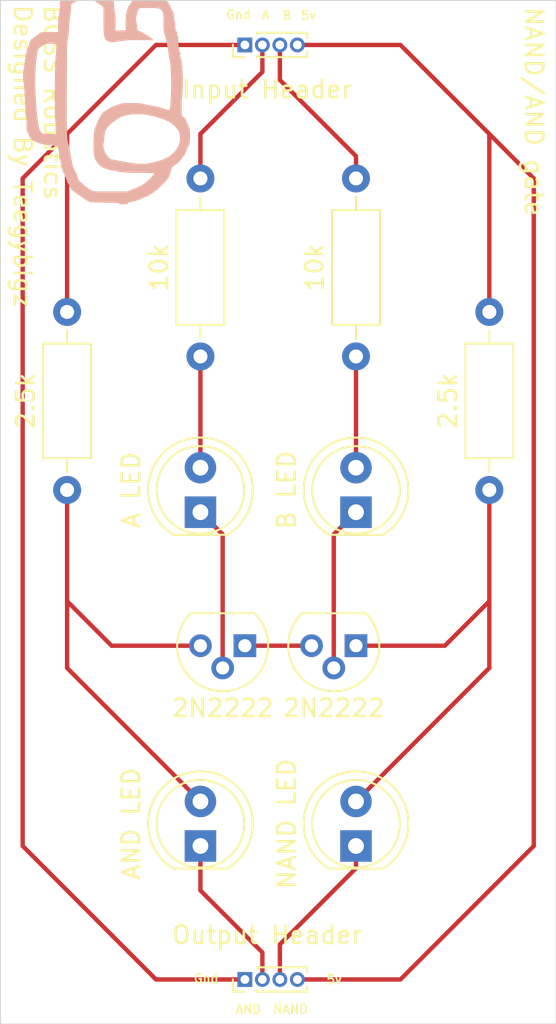
<source format=kicad_pcb>
(kicad_pcb (version 20171130) (host pcbnew "(5.1.10)-1")

  (general
    (thickness 1.6)
    (drawings 15)
    (tracks 44)
    (zones 0)
    (modules 13)
    (nets 1)
  )

  (page A4)
  (layers
    (0 F.Cu signal)
    (31 B.Cu signal)
    (32 B.Adhes user)
    (33 F.Adhes user)
    (34 B.Paste user)
    (35 F.Paste user)
    (36 B.SilkS user)
    (37 F.SilkS user)
    (38 B.Mask user)
    (39 F.Mask user)
    (40 Dwgs.User user)
    (41 Cmts.User user)
    (42 Eco1.User user)
    (43 Eco2.User user)
    (44 Edge.Cuts user)
    (45 Margin user)
    (46 B.CrtYd user)
    (47 F.CrtYd user)
    (48 B.Fab user)
    (49 F.Fab user hide)
  )

  (setup
    (last_trace_width 0.25)
    (trace_clearance 0.2)
    (zone_clearance 0.508)
    (zone_45_only no)
    (trace_min 0.2)
    (via_size 0.8)
    (via_drill 0.4)
    (via_min_size 0.4)
    (via_min_drill 0.3)
    (uvia_size 0.3)
    (uvia_drill 0.1)
    (uvias_allowed no)
    (uvia_min_size 0.2)
    (uvia_min_drill 0.1)
    (edge_width 0.05)
    (segment_width 0.2)
    (pcb_text_width 0.3)
    (pcb_text_size 1.5 1.5)
    (mod_edge_width 0.12)
    (mod_text_size 1 1)
    (mod_text_width 0.15)
    (pad_size 1.524 1.524)
    (pad_drill 0.762)
    (pad_to_mask_clearance 0)
    (aux_axis_origin 0 0)
    (visible_elements 7FFFFFFF)
    (pcbplotparams
      (layerselection 0x010fc_ffffffff)
      (usegerberextensions false)
      (usegerberattributes true)
      (usegerberadvancedattributes true)
      (creategerberjobfile true)
      (excludeedgelayer true)
      (linewidth 0.100000)
      (plotframeref false)
      (viasonmask false)
      (mode 1)
      (useauxorigin false)
      (hpglpennumber 1)
      (hpglpenspeed 20)
      (hpglpendiameter 15.000000)
      (psnegative false)
      (psa4output false)
      (plotreference true)
      (plotvalue true)
      (plotinvisibletext false)
      (padsonsilk false)
      (subtractmaskfromsilk false)
      (outputformat 1)
      (mirror false)
      (drillshape 0)
      (scaleselection 1)
      (outputdirectory ""))
  )

  (net 0 "")

  (net_class Default "This is the default net class."
    (clearance 0.2)
    (trace_width 0.25)
    (via_dia 0.8)
    (via_drill 0.4)
    (uvia_dia 0.3)
    (uvia_drill 0.1)
  )

  (module Logos:sus_guy_small (layer B.Cu) (tedit 6197CBB4) (tstamp 6198352C)
    (at 162.56 67.31)
    (fp_text reference G*** (at -6.35 5.08) (layer B.Fab) hide
      (effects (font (size 1.524 1.524) (thickness 0.3)) (justify mirror))
    )
    (fp_text value LOGO (at -6.35 3.81) (layer B.Fab) hide
      (effects (font (size 1.524 1.524) (thickness 0.3)) (justify mirror))
    )
    (fp_poly (pts (xy 0.803292 5.275625) (xy 0.881719 5.268924) (xy 0.921424 5.256088) (xy 0.931333 5.238242)
      (xy 0.957348 5.193444) (xy 1.032989 5.168964) (xy 1.102974 5.164667) (xy 1.161416 5.156282)
      (xy 1.185333 5.136445) (xy 1.21037 5.118772) (xy 1.272917 5.108942) (xy 1.298222 5.108223)
      (xy 1.368909 5.10169) (xy 1.40823 5.08537) (xy 1.411111 5.078763) (xy 1.432419 5.056898)
      (xy 1.448345 5.057597) (xy 1.496535 5.051399) (xy 1.567674 5.025495) (xy 1.5824 5.018592)
      (xy 1.690741 4.967155) (xy 1.794835 4.92025) (xy 1.879726 4.884402) (xy 1.930458 4.866139)
      (xy 1.933222 4.865502) (xy 2.015149 4.839186) (xy 2.098661 4.798473) (xy 2.147564 4.763793)
      (xy 2.199029 4.726205) (xy 2.273695 4.68437) (xy 2.286 4.678408) (xy 2.365535 4.631647)
      (xy 2.428852 4.579297) (xy 2.43389 4.573646) (xy 2.483216 4.530038) (xy 2.519521 4.515556)
      (xy 2.552908 4.49645) (xy 2.615755 4.444604) (xy 2.698672 4.368225) (xy 2.780853 4.287162)
      (xy 2.88194 4.185058) (xy 2.978383 4.088679) (xy 3.05748 4.010667) (xy 3.097388 3.972183)
      (xy 3.153282 3.911872) (xy 3.185774 3.862208) (xy 3.189111 3.849399) (xy 3.210077 3.805853)
      (xy 3.241763 3.776322) (xy 3.282654 3.723734) (xy 3.318707 3.637538) (xy 3.340882 3.540411)
      (xy 3.34274 3.523075) (xy 3.361455 3.487451) (xy 3.3655 3.483093) (xy 3.381016 3.441731)
      (xy 3.386666 3.381568) (xy 3.400805 3.310543) (xy 3.436166 3.229917) (xy 3.482162 3.157744)
      (xy 3.528209 3.112077) (xy 3.548944 3.104794) (xy 3.581741 3.086616) (xy 3.584222 3.076223)
      (xy 3.606687 3.050338) (xy 3.621499 3.048) (xy 3.655881 3.029246) (xy 3.71667 2.980446)
      (xy 3.792174 2.912794) (xy 3.870699 2.837482) (xy 3.940554 2.765705) (xy 3.990046 2.708656)
      (xy 4.007555 2.678416) (xy 4.025745 2.644878) (xy 4.070316 2.592835) (xy 4.078111 2.584899)
      (xy 4.125464 2.529866) (xy 4.148294 2.488244) (xy 4.148666 2.484839) (xy 4.169372 2.456403)
      (xy 4.176888 2.455334) (xy 4.201261 2.431996) (xy 4.206008 2.405945) (xy 4.22319 2.344826)
      (xy 4.248342 2.301773) (xy 4.281757 2.231532) (xy 4.289777 2.183494) (xy 4.301029 2.125891)
      (xy 4.318 2.102556) (xy 4.341708 2.062749) (xy 4.346222 2.030335) (xy 4.358361 1.985387)
      (xy 4.374444 1.975556) (xy 4.399482 1.952697) (xy 4.402666 1.933223) (xy 4.419032 1.895683)
      (xy 4.43302 1.890889) (xy 4.451089 1.865068) (xy 4.456793 1.795311) (xy 4.45562 1.764807)
      (xy 4.454986 1.684316) (xy 4.462476 1.629288) (xy 4.4676 1.618993) (xy 4.479722 1.577422)
      (xy 4.485804 1.489476) (xy 4.485821 1.364902) (xy 4.479746 1.213446) (xy 4.469081 1.062592)
      (xy 4.454937 0.940329) (xy 4.437031 0.869881) (xy 4.414187 0.846681) (xy 4.413522 0.846667)
      (xy 4.389034 0.826821) (xy 4.39246 0.804334) (xy 4.391219 0.768088) (xy 4.377463 0.762)
      (xy 4.352092 0.738392) (xy 4.346222 0.705556) (xy 4.335769 0.659675) (xy 4.321291 0.649112)
      (xy 4.294363 0.62384) (xy 4.26814 0.559165) (xy 4.249612 0.473135) (xy 4.218052 0.402563)
      (xy 4.154029 0.331756) (xy 4.07721 0.282117) (xy 4.072295 0.280154) (xy 4.050174 0.269623)
      (xy 4.033857 0.252094) (xy 4.022287 0.219543) (xy 4.014403 0.163946) (xy 4.009146 0.077279)
      (xy 4.005458 -0.048481) (xy 4.002278 -0.221359) (xy 4.00174 -0.254308) (xy 4.000052 -0.418714)
      (xy 4.000435 -0.563326) (xy 4.00271 -0.678802) (xy 4.006703 -0.755803) (xy 4.011753 -0.784644)
      (xy 4.028109 -0.830415) (xy 4.041794 -0.923948) (xy 4.052783 -1.056622) (xy 4.061053 -1.219816)
      (xy 4.06658 -1.404911) (xy 4.069339 -1.603285) (xy 4.069307 -1.806318) (xy 4.06646 -2.00539)
      (xy 4.060774 -2.191879) (xy 4.052225 -2.357166) (xy 4.040788 -2.492629) (xy 4.026441 -2.589649)
      (xy 4.016868 -2.624666) (xy 4.008964 -2.675038) (xy 4.005452 -2.760084) (xy 4.006232 -2.829277)
      (xy 4.004492 -2.926754) (xy 3.992583 -2.982134) (xy 3.981329 -2.991555) (xy 3.958618 -3.015694)
      (xy 3.951111 -3.062111) (xy 3.94145 -3.115149) (xy 3.922888 -3.132666) (xy 3.899958 -3.156304)
      (xy 3.894666 -3.189111) (xy 3.906485 -3.234971) (xy 3.922888 -3.245555) (xy 3.947927 -3.268414)
      (xy 3.951111 -3.287888) (xy 3.935871 -3.325446) (xy 3.922888 -3.330222) (xy 3.902921 -3.354707)
      (xy 3.894666 -3.413223) (xy 3.885967 -3.478399) (xy 3.866444 -3.513666) (xy 3.849983 -3.549877)
      (xy 3.839813 -3.622395) (xy 3.838222 -3.668888) (xy 3.833885 -3.751763) (xy 3.822847 -3.808261)
      (xy 3.815166 -3.820917) (xy 3.805812 -3.853741) (xy 3.80085 -3.928894) (xy 3.800987 -4.032382)
      (xy 3.802428 -4.074069) (xy 3.80436 -4.201629) (xy 3.798073 -4.28981) (xy 3.784174 -4.330529)
      (xy 3.78315 -4.331262) (xy 3.763122 -4.369416) (xy 3.753667 -4.438162) (xy 3.753555 -4.446665)
      (xy 3.746354 -4.51129) (xy 3.728684 -4.543091) (xy 3.725333 -4.543777) (xy 3.704118 -4.567929)
      (xy 3.697111 -4.614333) (xy 3.68745 -4.667371) (xy 3.668888 -4.684888) (xy 3.654638 -4.711135)
      (xy 3.644716 -4.782104) (xy 3.640687 -4.886142) (xy 3.640666 -4.894889) (xy 3.637123 -4.998644)
      (xy 3.627767 -5.078983) (xy 3.614513 -5.120491) (xy 3.612444 -5.122333) (xy 3.596529 -5.15827)
      (xy 3.586294 -5.231503) (xy 3.584222 -5.288628) (xy 3.580641 -5.376324) (xy 3.571465 -5.439467)
      (xy 3.563893 -5.45781) (xy 3.552148 -5.49746) (xy 3.551188 -5.566188) (xy 3.551623 -5.571676)
      (xy 3.545945 -5.649723) (xy 3.515983 -5.681983) (xy 3.486016 -5.717695) (xy 3.488939 -5.742153)
      (xy 3.488259 -5.779047) (xy 3.474352 -5.785555) (xy 3.446654 -5.808365) (xy 3.443111 -5.827888)
      (xy 3.427871 -5.865446) (xy 3.414888 -5.870222) (xy 3.391958 -5.893859) (xy 3.386666 -5.926666)
      (xy 3.374847 -5.972526) (xy 3.358444 -5.983111) (xy 3.335287 -6.006674) (xy 3.330222 -6.037889)
      (xy 3.316539 -6.09241) (xy 3.30051 -6.111031) (xy 3.279417 -6.148866) (xy 3.281163 -6.16049)
      (xy 3.268241 -6.196616) (xy 3.223442 -6.250096) (xy 3.201316 -6.270792) (xy 3.111104 -6.35)
      (xy 1.21619 -6.35) (xy 1.165484 -6.278514) (xy 1.117877 -6.213316) (xy 1.054736 -6.129169)
      (xy 1.023329 -6.088014) (xy 0.968238 -6.001387) (xy 0.935844 -5.920654) (xy 0.931607 -5.891388)
      (xy 0.922551 -5.835059) (xy 0.903111 -5.813777) (xy 0.88433 -5.788998) (xy 0.875088 -5.728197)
      (xy 0.874888 -5.716665) (xy 0.866628 -5.645789) (xy 0.846476 -5.602346) (xy 0.843823 -5.600353)
      (xy 0.826008 -5.561576) (xy 0.828183 -5.504026) (xy 0.830197 -5.437596) (xy 0.815025 -5.398314)
      (xy 0.805653 -5.361051) (xy 0.800094 -5.280772) (xy 0.798204 -5.170768) (xy 0.79984 -5.044329)
      (xy 0.804861 -4.914745) (xy 0.813124 -4.795308) (xy 0.822383 -4.713111) (xy 0.832555 -4.642555)
      (xy 0.529166 -4.634545) (xy 0.225777 -4.626534) (xy 0.225777 -5.115734) (xy 0.224366 -5.277207)
      (xy 0.220453 -5.419365) (xy 0.214522 -5.53246) (xy 0.207056 -5.606741) (xy 0.20023 -5.631744)
      (xy 0.18634 -5.670982) (xy 0.172357 -5.75107) (xy 0.160836 -5.856479) (xy 0.158684 -5.884333)
      (xy 0.148516 -6.010696) (xy 0.136713 -6.132171) (xy 0.125686 -6.224128) (xy 0.124822 -6.230055)
      (xy 0.10696 -6.35) (xy -1.030112 -6.34947) (xy -0.874889 -6.261046) (xy -0.762172 -6.190531)
      (xy -0.644475 -6.107368) (xy -0.586262 -6.061672) (xy -0.452857 -5.950722) (xy -0.458851 -5.310749)
      (xy -0.458735 -4.979206) (xy -0.451576 -4.702419) (xy -0.437259 -4.479128) (xy -0.415669 -4.308072)
      (xy -0.386689 -4.187988) (xy -0.350204 -4.117617) (xy -0.349188 -4.116476) (xy -0.233746 -4.028293)
      (xy -0.082508 -3.973787) (xy -0.067713 -3.9708) (xy -0.034196 -3.965603) (xy 0.003212 -3.963569)
      (xy 0.052384 -3.965587) (xy 0.121196 -3.972543) (xy 0.217522 -3.985325) (xy 0.349236 -4.004818)
      (xy 0.524214 -4.031911) (xy 0.649111 -4.051532) (xy 0.761132 -4.067107) (xy 0.877194 -4.07837)
      (xy 1.007177 -4.085654) (xy 1.160963 -4.089293) (xy 1.348434 -4.089623) (xy 1.579472 -4.086976)
      (xy 1.658055 -4.085664) (xy 1.851895 -4.082962) (xy 2.02568 -4.0819) (xy 2.171892 -4.082411)
      (xy 2.283015 -4.08443) (xy 2.351534 -4.087893) (xy 2.370666 -4.091865) (xy 2.347061 -4.132042)
      (xy 2.282908 -4.19105) (xy 2.188202 -4.26259) (xy 2.072936 -4.340361) (xy 1.947105 -4.418065)
      (xy 1.820702 -4.489402) (xy 1.703721 -4.548073) (xy 1.606157 -4.587778) (xy 1.566333 -4.598855)
      (xy 1.521748 -4.611023) (xy 1.49497 -4.633374) (xy 1.479631 -4.67935) (xy 1.469364 -4.762393)
      (xy 1.464914 -4.812947) (xy 1.450743 -4.93568) (xy 1.430832 -5.056199) (xy 1.413078 -5.134437)
      (xy 1.396626 -5.22963) (xy 1.393864 -5.334024) (xy 1.403478 -5.429526) (xy 1.424155 -5.498042)
      (xy 1.440963 -5.518452) (xy 1.46159 -5.556524) (xy 1.467555 -5.603205) (xy 1.482152 -5.702666)
      (xy 1.519799 -5.800026) (xy 1.571278 -5.877232) (xy 1.627365 -5.916228) (xy 1.677071 -5.921159)
      (xy 1.772692 -5.924216) (xy 1.903727 -5.925301) (xy 2.059674 -5.924318) (xy 2.209809 -5.921649)
      (xy 2.413483 -5.916041) (xy 2.568697 -5.90795) (xy 2.683435 -5.894511) (xy 2.765679 -5.872861)
      (xy 2.823413 -5.840138) (xy 2.864619 -5.79348) (xy 2.897281 -5.730022) (xy 2.922288 -5.666143)
      (xy 2.944144 -5.599601) (xy 2.958952 -5.530636) (xy 2.967673 -5.447386) (xy 2.971265 -5.33799)
      (xy 2.970688 -5.190586) (xy 2.968944 -5.089216) (xy 2.966277 -4.917579) (xy 2.967506 -4.7858)
      (xy 2.974746 -4.677319) (xy 2.990108 -4.575577) (xy 3.015705 -4.464014) (xy 3.05365 -4.326073)
      (xy 3.076343 -4.247444) (xy 3.150001 -3.972775) (xy 3.202745 -3.723524) (xy 3.239622 -3.474986)
      (xy 3.246438 -3.414888) (xy 3.262592 -3.280966) (xy 3.279879 -3.164328) (xy 3.296095 -3.078494)
      (xy 3.307714 -3.0392) (xy 3.33081 -2.965107) (xy 3.351379 -2.841771) (xy 3.369162 -2.676345)
      (xy 3.383901 -2.475985) (xy 3.395339 -2.247845) (xy 3.403217 -1.999081) (xy 3.407277 -1.736847)
      (xy 3.407261 -1.468298) (xy 3.402911 -1.200588) (xy 3.393969 -0.940874) (xy 3.387819 -0.818444)
      (xy 3.377234 -0.638545) (xy 3.366596 -0.473648) (xy 3.356617 -0.333637) (xy 3.348009 -0.228395)
      (xy 3.341484 -0.167807) (xy 3.340561 -0.162277) (xy 3.323012 -0.112883) (xy 3.288194 -0.089559)
      (xy 3.22702 -0.092016) (xy 3.130406 -0.119964) (xy 3.041503 -0.152737) (xy 2.936192 -0.191989)
      (xy 2.840166 -0.224045) (xy 2.741296 -0.251916) (xy 2.627451 -0.278614) (xy 2.4865 -0.307151)
      (xy 2.306312 -0.340537) (xy 2.229555 -0.354314) (xy 2.074198 -0.382897) (xy 1.929617 -0.411029)
      (xy 1.809317 -0.435976) (xy 1.726802 -0.455001) (xy 1.710517 -0.459411) (xy 1.643283 -0.470731)
      (xy 1.53147 -0.480326) (xy 1.38693 -0.487524) (xy 1.221519 -0.491648) (xy 1.131961 -0.492353)
      (xy 0.954123 -0.492076) (xy 0.819721 -0.489499) (xy 0.715754 -0.483196) (xy 0.629219 -0.471739)
      (xy 0.547115 -0.453703) (xy 0.45644 -0.427659) (xy 0.409904 -0.413115) (xy 0.280135 -0.370045)
      (xy 0.154462 -0.324924) (xy 0.05415 -0.285493) (xy 0.028904 -0.274439) (xy -0.082391 -0.217483)
      (xy -0.207228 -0.144371) (xy -0.330638 -0.064863) (xy -0.437656 0.011278) (xy -0.513315 0.07429)
      (xy -0.526376 0.087731) (xy -0.585048 0.168026) (xy -0.654559 0.286121) (xy -0.726947 0.426598)
      (xy -0.794252 0.574035) (xy -0.847192 0.709224) (xy -0.883141 0.805832) (xy -0.915544 0.882818)
      (xy -0.936365 0.92188) (xy -0.959025 0.978605) (xy -0.978963 1.082216) (xy -0.995883 1.223207)
      (xy -1.009493 1.39207) (xy -1.019497 1.5793) (xy -1.025604 1.775391) (xy -1.026943 1.912147)
      (xy -0.47045 1.912147) (xy -0.454939 1.770162) (xy -0.435957 1.666606) (xy -0.418545 1.534547)
      (xy -0.406361 1.401885) (xy -0.406036 1.397) (xy -0.388646 1.230608) (xy -0.355928 1.096187)
      (xy -0.300493 0.980382) (xy -0.214951 0.869837) (xy -0.091912 0.751194) (xy -0.010102 0.681404)
      (xy 0.216386 0.502914) (xy 0.411096 0.370144) (xy 0.573767 0.283258) (xy 0.669035 0.249675)
      (xy 0.847497 0.206376) (xy 0.993234 0.177059) (xy 1.12742 0.158951) (xy 1.271229 0.149276)
      (xy 1.445835 0.145261) (xy 1.467555 0.145048) (xy 1.696149 0.147625) (xy 1.889056 0.160935)
      (xy 2.066289 0.186557) (xy 2.116666 0.196324) (xy 2.243456 0.223226) (xy 2.358326 0.249451)
      (xy 2.443784 0.270927) (xy 2.469444 0.278426) (xy 2.543425 0.301178) (xy 2.64569 0.331179)
      (xy 2.723444 0.353303) (xy 2.802375 0.375657) (xy 2.863898 0.394553) (xy 2.92223 0.415404)
      (xy 2.991589 0.443622) (xy 3.086194 0.48462) (xy 3.197883 0.533915) (xy 3.34823 0.617993)
      (xy 3.503811 0.734814) (xy 3.649485 0.870525) (xy 3.770113 1.011276) (xy 3.840082 1.121449)
      (xy 3.890639 1.270027) (xy 3.912229 1.449563) (xy 3.904807 1.642548) (xy 3.86833 1.831471)
      (xy 3.842042 1.911505) (xy 3.76366 2.064297) (xy 3.645642 2.225801) (xy 3.500008 2.381972)
      (xy 3.338776 2.518763) (xy 3.296703 2.548792) (xy 3.157088 2.630328) (xy 2.985519 2.709744)
      (xy 2.805937 2.777062) (xy 2.642284 2.822301) (xy 2.638777 2.823027) (xy 2.531526 2.847456)
      (xy 2.421796 2.875872) (xy 2.413 2.878353) (xy 2.251558 2.922079) (xy 2.120025 2.950536)
      (xy 1.996127 2.966772) (xy 1.857588 2.973833) (xy 1.707444 2.974884) (xy 1.550485 2.971211)
      (xy 1.391375 2.962226) (xy 1.251372 2.949392) (xy 1.171222 2.938033) (xy 1.045485 2.915668)
      (xy 0.918226 2.893536) (xy 0.832555 2.879032) (xy 0.644795 2.847526) (xy 0.503295 2.822655)
      (xy 0.398511 2.802577) (xy 0.320898 2.785451) (xy 0.260912 2.769435) (xy 0.254186 2.767421)
      (xy 0.157326 2.746322) (xy 0.063055 2.737556) (xy -0.008536 2.724811) (xy -0.084821 2.68103)
      (xy -0.16013 2.617612) (xy -0.288664 2.468441) (xy -0.386554 2.291579) (xy -0.448813 2.101367)
      (xy -0.47045 1.912147) (xy -1.026943 1.912147) (xy -1.027518 1.970835) (xy -1.024947 2.156127)
      (xy -1.017595 2.32176) (xy -1.00517 2.458228) (xy -0.987378 2.556024) (xy -0.986915 2.5577)
      (xy -0.951424 2.672126) (xy -0.911884 2.762354) (xy -0.856282 2.851814) (xy -0.790474 2.940772)
      (xy -0.681695 3.062562) (xy -0.558519 3.157218) (xy -0.408495 3.23186) (xy -0.219173 3.293608)
      (xy -0.136664 3.314614) (xy -0.010014 3.342577) (xy 0.099257 3.362143) (xy 0.177813 3.371197)
      (xy 0.209417 3.369514) (xy 0.267952 3.369821) (xy 0.290605 3.381913) (xy 0.348989 3.411416)
      (xy 0.448406 3.43567) (xy 0.591694 3.454934) (xy 0.781692 3.469465) (xy 1.021238 3.479524)
      (xy 1.313172 3.485368) (xy 1.439333 3.486543) (xy 1.701451 3.488326) (xy 1.912622 3.489938)
      (xy 2.078342 3.491716) (xy 2.204105 3.493993) (xy 2.295407 3.497104) (xy 2.357742 3.501384)
      (xy 2.396607 3.507169) (xy 2.417496 3.514792) (xy 2.425905 3.524589) (xy 2.427329 3.536895)
      (xy 2.427111 3.546725) (xy 2.407847 3.583368) (xy 2.355203 3.649728) (xy 2.276897 3.736834)
      (xy 2.180649 3.835716) (xy 2.166055 3.850114) (xy 2.01462 3.989996) (xy 1.865624 4.106744)
      (xy 1.706332 4.207993) (xy 1.524007 4.30138) (xy 1.305911 4.39454) (xy 1.171222 4.446524)
      (xy 0.889 4.552554) (xy -0.056445 4.555221) (xy -0.323535 4.555575) (xy -0.540132 4.554827)
      (xy -0.712179 4.552753) (xy -0.845621 4.549129) (xy -0.946402 4.543731) (xy -1.020465 4.536336)
      (xy -1.073755 4.526719) (xy -1.10996 4.515556) (xy -1.174803 4.48038) (xy -1.270638 4.416423)
      (xy -1.386294 4.332428) (xy -1.510597 4.237138) (xy -1.632376 4.139296) (xy -1.740457 4.047645)
      (xy -1.823668 3.970927) (xy -1.867319 3.922889) (xy -1.901521 3.858343) (xy -1.938194 3.761244)
      (xy -1.965072 3.668889) (xy -1.994071 3.567933) (xy -2.024725 3.485412) (xy -2.048262 3.442346)
      (xy -2.092831 3.373963) (xy -2.143411 3.271175) (xy -2.191522 3.154128) (xy -2.228683 3.042967)
      (xy -2.24397 2.977445) (xy -2.258051 2.897536) (xy -2.279639 2.782957) (xy -2.304822 2.654315)
      (xy -2.313604 2.610556) (xy -2.339508 2.476886) (xy -2.363134 2.345318) (xy -2.380384 2.23895)
      (xy -2.383698 2.215445) (xy -2.404841 2.103493) (xy -2.437489 1.977739) (xy -2.456087 1.919112)
      (xy -2.474256 1.863992) (xy -2.490307 1.807712) (xy -2.504361 1.746629) (xy -2.516538 1.6771)
      (xy -2.526958 1.595482) (xy -2.53574 1.498132) (xy -2.543005 1.381407) (xy -2.548873 1.241664)
      (xy -2.553462 1.075261) (xy -2.556894 0.878554) (xy -2.559289 0.647901) (xy -2.560765 0.379658)
      (xy -2.561444 0.070184) (xy -2.561444 -0.284166) (xy -2.560886 -0.687033) (xy -2.559891 -1.142061)
      (xy -2.55968 -1.227666) (xy -2.558545 -1.669938) (xy -2.557427 -2.059661) (xy -2.556234 -2.400729)
      (xy -2.554878 -2.697038) (xy -2.553266 -2.952481) (xy -2.551308 -3.170954) (xy -2.548914 -3.356352)
      (xy -2.545994 -3.512569) (xy -2.542456 -3.6435) (xy -2.538211 -3.753041) (xy -2.533167 -3.845086)
      (xy -2.527235 -3.92353) (xy -2.520323 -3.992267) (xy -2.512342 -4.055193) (xy -2.5032 -4.116202)
      (xy -2.492807 -4.179189) (xy -2.490803 -4.191) (xy -2.464661 -4.369337) (xy -2.443905 -4.55836)
      (xy -2.430884 -4.733958) (xy -2.42761 -4.840111) (xy -2.42186 -4.990133) (xy -2.406994 -5.169073)
      (xy -2.385515 -5.35061) (xy -2.368599 -5.461) (xy -2.345271 -5.610428) (xy -2.326597 -5.756243)
      (xy -2.314681 -5.880256) (xy -2.311438 -5.954888) (xy -2.308343 -6.04767) (xy -2.299269 -6.119186)
      (xy -2.29113 -6.144407) (xy -2.25617 -6.172724) (xy -2.184587 -6.214575) (xy -2.091574 -6.261113)
      (xy -2.087386 -6.263056) (xy -1.905 -6.347409) (xy -2.420056 -6.348704) (xy -2.602556 -6.348803)
      (xy -2.736165 -6.34756) (xy -2.828431 -6.344252) (xy -2.886904 -6.338151) (xy -2.919133 -6.328534)
      (xy -2.932667 -6.314673) (xy -2.935112 -6.2992) (xy -2.95111 -6.238637) (xy -2.965793 -6.217718)
      (xy -2.981211 -6.183652) (xy -2.965793 -6.168075) (xy -2.948874 -6.132909) (xy -2.938804 -6.065084)
      (xy -2.935727 -5.983476) (xy -2.939785 -5.90696) (xy -2.951119 -5.854414) (xy -2.963334 -5.842)
      (xy -2.978082 -5.81608) (xy -2.988179 -5.74742) (xy -2.991556 -5.658555) (xy -2.995544 -5.562694)
      (xy -3.006107 -5.497063) (xy -3.019778 -5.475111) (xy -3.030903 -5.44762) (xy -3.039461 -5.367984)
      (xy -3.045194 -5.240452) (xy -3.047845 -5.069275) (xy -3.048 -5.009444) (xy -3.048 -4.543777)
      (xy -3.556 -4.543777) (xy -3.750112 -4.542246) (xy -3.900959 -4.537791) (xy -4.004762 -4.530622)
      (xy -4.057736 -4.520951) (xy -4.064 -4.515555) (xy -4.085857 -4.488637) (xy -4.095217 -4.487333)
      (xy -4.133004 -4.467063) (xy -4.180836 -4.418163) (xy -4.181932 -4.416777) (xy -4.232682 -4.367154)
      (xy -4.277357 -4.346224) (xy -4.277716 -4.346222) (xy -4.313939 -4.330312) (xy -4.318 -4.318)
      (xy -4.340859 -4.292961) (xy -4.360334 -4.289777) (xy -4.397891 -4.274538) (xy -4.402667 -4.261555)
      (xy -4.425526 -4.236517) (xy -4.445 -4.233333) (xy -4.482573 -4.219103) (xy -4.487334 -4.207012)
      (xy -4.510626 -4.178351) (xy -4.543778 -4.162777) (xy -4.589543 -4.131416) (xy -4.600223 -4.104431)
      (xy -4.616082 -4.068111) (xy -4.628445 -4.064) (xy -4.651602 -4.040437) (xy -4.656667 -4.009221)
      (xy -4.670561 -3.954557) (xy -4.686813 -3.93581) (xy -4.705828 -3.897151) (xy -4.702604 -3.879768)
      (xy -4.703092 -3.832038) (xy -4.722664 -3.769506) (xy -4.751418 -3.71658) (xy -4.776612 -3.697331)
      (xy -4.794001 -3.673507) (xy -4.797778 -3.642332) (xy -4.810738 -3.588305) (xy -4.826 -3.570111)
      (xy -4.843148 -3.533555) (xy -4.85316 -3.461998) (xy -4.854223 -3.427334) (xy -4.859898 -3.352174)
      (xy -4.874238 -3.307437) (xy -4.882445 -3.302) (xy -4.898777 -3.276667) (xy -4.908967 -3.212109)
      (xy -4.910667 -3.165592) (xy -4.914064 -3.082246) (xy -4.922695 -3.024528) (xy -4.928448 -3.011403)
      (xy -4.941417 -2.974478) (xy -4.952678 -2.903134) (xy -4.955535 -2.872644) (xy -4.972214 -2.688421)
      (xy -4.990363 -2.54725) (xy -5.009266 -2.453765) (xy -5.026158 -2.414411) (xy -5.036532 -2.377437)
      (xy -5.044163 -2.29952) (xy -5.049065 -2.193275) (xy -5.051251 -2.07132) (xy -5.050734 -1.94627)
      (xy -5.047528 -1.830743) (xy -5.041644 -1.737355) (xy -5.038804 -1.717865) (xy -4.364378 -1.717865)
      (xy -4.361446 -2.024924) (xy -4.352137 -2.324245) (xy -4.336826 -2.603608) (xy -4.315889 -2.850794)
      (xy -4.290603 -3.048) (xy -4.272185 -3.172624) (xy -4.254211 -3.309066) (xy -4.247699 -3.364044)
      (xy -4.215655 -3.510395) (xy -4.151314 -3.619068) (xy -4.045133 -3.704039) (xy -3.997833 -3.729999)
      (xy -3.909045 -3.779239) (xy -3.830198 -3.829669) (xy -3.8121 -3.843005) (xy -3.773505 -3.867301)
      (xy -3.724822 -3.882303) (xy -3.653551 -3.889561) (xy -3.547193 -3.890624) (xy -3.445211 -3.888515)
      (xy -3.146778 -3.880555) (xy -3.157223 -3.612444) (xy -3.162792 -3.484532) (xy -3.168864 -3.368918)
      (xy -3.174454 -3.283577) (xy -3.176567 -3.259666) (xy -3.192416 -3.074437) (xy -3.206315 -2.843757)
      (xy -3.218212 -2.575527) (xy -3.22805 -2.277648) (xy -3.235777 -1.958021) (xy -3.241338 -1.624546)
      (xy -3.244678 -1.285125) (xy -3.245743 -0.947659) (xy -3.244479 -0.620048) (xy -3.240831 -0.310193)
      (xy -3.234745 -0.025996) (xy -3.226167 0.224644) (xy -3.215042 0.433824) (xy -3.202973 0.578556)
      (xy -3.179786 0.818261) (xy -3.166132 1.010233) (xy -3.162071 1.152484) (xy -3.167661 1.243027)
      (xy -3.182056 1.279394) (xy -3.216783 1.282751) (xy -3.296464 1.282788) (xy -3.409723 1.279705)
      (xy -3.545178 1.273701) (xy -3.563875 1.272714) (xy -3.924528 1.25331) (xy -4.02565 1.152188)
      (xy -4.115934 1.030298) (xy -4.15053 0.9277) (xy -4.180293 0.768049) (xy -4.206037 0.616667)
      (xy -4.228465 0.466281) (xy -4.248282 0.309617) (xy -4.26619 0.139405) (xy -4.282894 -0.05163)
      (xy -4.299098 -0.270758) (xy -4.315505 -0.525252) (xy -4.332818 -0.822386) (xy -4.349605 -1.129415)
      (xy -4.360556 -1.415289) (xy -4.364378 -1.717865) (xy -5.038804 -1.717865) (xy -5.033098 -1.678723)
      (xy -5.025372 -1.665111) (xy -5.013218 -1.638825) (xy -5.000709 -1.567643) (xy -4.989477 -1.463078)
      (xy -4.982427 -1.361722) (xy -4.973477 -1.199677) (xy -4.963578 -1.023816) (xy -4.954356 -0.862908)
      (xy -4.950936 -0.804333) (xy -4.943972 -0.676442) (xy -4.93587 -0.512646) (xy -4.927606 -0.333445)
      (xy -4.920156 -0.15934) (xy -4.919725 -0.148725) (xy -4.912336 -0.00706) (xy -4.903025 0.110539)
      (xy -4.892801 0.194563) (xy -4.882668 0.235498) (xy -4.878845 0.237665) (xy -4.870515 0.258987)
      (xy -4.863409 0.327906) (xy -4.858024 0.435579) (xy -4.854857 0.573163) (xy -4.854223 0.675668)
      (xy -4.852513 0.856037) (xy -4.847565 0.99434) (xy -4.839655 1.086169) (xy -4.829056 1.127119)
      (xy -4.826 1.128889) (xy -4.80307 1.152527) (xy -4.797778 1.185334) (xy -4.786748 1.231206)
      (xy -4.771458 1.241778) (xy -4.744832 1.265092) (xy -4.719287 1.317322) (xy -4.706283 1.371907)
      (xy -4.70752 1.389945) (xy -4.692018 1.410385) (xy -4.684889 1.411112) (xy -4.66135 1.434545)
      (xy -4.656667 1.463182) (xy -4.636846 1.521039) (xy -4.601566 1.565118) (xy -4.54161 1.608849)
      (xy -4.456974 1.658662) (xy -4.366121 1.705058) (xy -4.287514 1.738539) (xy -4.242662 1.749778)
      (xy -4.20831 1.768439) (xy -4.205112 1.78102) (xy -4.184326 1.799198) (xy -4.159201 1.794644)
      (xy -4.101272 1.79404) (xy -4.078692 1.805741) (xy -4.026275 1.830011) (xy -3.962324 1.843729)
      (xy -3.887226 1.85649) (xy -3.838223 1.870479) (xy -3.788349 1.882473) (xy -3.703111 1.895423)
      (xy -3.626556 1.903963) (xy -3.503784 1.915895) (xy -3.360993 1.930242) (xy -3.259667 1.940706)
      (xy -3.062112 1.961445) (xy -3.053433 2.081389) (xy -3.042551 2.154678) (xy -3.02545 2.197107)
      (xy -3.018156 2.201334) (xy -3.005452 2.227249) (xy -2.99605 2.29581) (xy -2.991676 2.393242)
      (xy -2.991556 2.413383) (xy -2.988282 2.523358) (xy -2.979655 2.615506) (xy -2.967466 2.671471)
      (xy -2.966084 2.674439) (xy -2.936868 2.750102) (xy -2.899962 2.878594) (xy -2.861602 3.033889)
      (xy -2.848995 3.117574) (xy -2.848116 3.182056) (xy -2.841832 3.23134) (xy -2.824242 3.245556)
      (xy -2.804256 3.270359) (xy -2.794263 3.331349) (xy -2.794 3.344334) (xy -2.786912 3.409623)
      (xy -2.769482 3.442258) (xy -2.765778 3.443112) (xy -2.741175 3.46615) (xy -2.737556 3.488144)
      (xy -2.721961 3.541238) (xy -2.684203 3.608066) (xy -2.681945 3.611274) (xy -2.649285 3.668411)
      (xy -2.642777 3.705125) (xy -2.644316 3.707353) (xy -2.640726 3.723918) (xy -2.629371 3.725334)
      (xy -2.604632 3.749455) (xy -2.596445 3.795889) (xy -2.586784 3.848928) (xy -2.568223 3.866445)
      (xy -2.548192 3.890914) (xy -2.54 3.94876) (xy -2.53355 4.010653) (xy -2.518834 4.040482)
      (xy -2.487411 4.074057) (xy -2.449175 4.138189) (xy -2.415866 4.210123) (xy -2.399223 4.267108)
      (xy -2.398889 4.272966) (xy -2.384452 4.312225) (xy -2.370667 4.318) (xy -2.343259 4.338875)
      (xy -2.342445 4.3454) (xy -2.3226 4.380767) (xy -2.271759 4.439107) (xy -2.202967 4.508086)
      (xy -2.129267 4.575368) (xy -2.063701 4.62862) (xy -2.019314 4.655508) (xy -2.013287 4.656667)
      (xy -1.978784 4.6735) (xy -1.975556 4.684889) (xy -1.953817 4.71197) (xy -1.945318 4.713112)
      (xy -1.900237 4.73029) (xy -1.875742 4.748389) (xy -1.8008 4.813093) (xy -1.754517 4.845715)
      (xy -1.727121 4.854223) (xy -1.691346 4.873133) (xy -1.651001 4.910667) (xy -1.601278 4.952988)
      (xy -1.566334 4.967112) (xy -1.523589 4.9863) (xy -1.482681 5.022436) (xy -1.439423 5.062526)
      (xy -1.414807 5.0744) (xy -1.367265 5.083734) (xy -1.306886 5.113137) (xy -1.264817 5.147304)
      (xy -1.263993 5.148497) (xy -1.228463 5.158941) (xy -1.136945 5.168014) (xy -0.989879 5.175698)
      (xy -0.787704 5.181971) (xy -0.530861 5.186812) (xy -0.410271 5.188374) (xy -0.166364 5.191565)
      (xy 0.026599 5.19511) (xy 0.174119 5.199337) (xy 0.281698 5.20457) (xy 0.354837 5.211135)
      (xy 0.399036 5.219359) (xy 0.419797 5.229568) (xy 0.423333 5.237763) (xy 0.435332 5.257435)
      (xy 0.477315 5.269685) (xy 0.55826 5.275921) (xy 0.677333 5.277556) (xy 0.803292 5.275625)) (layer B.SilkS) (width 0.01))
  )

  (module LED_THT:LED_D5.0mm (layer F.Cu) (tedit 5995936A) (tstamp 61983159)
    (at 176.53 109.22 90)
    (descr "LED, diameter 5.0mm, 2 pins, http://cdn-reichelt.de/documents/datenblatt/A500/LL-504BC2E-009.pdf")
    (tags "LED diameter 5.0mm 2 pins")
    (fp_text reference "NAND LED" (at 1.27 -3.96 90) (layer F.SilkS)
      (effects (font (size 1 1) (thickness 0.15)))
    )
    (fp_text value LED_D5.0mm (at 1.27 3.96 90) (layer F.Fab)
      (effects (font (size 1 1) (thickness 0.15)))
    )
    (fp_line (start 4.5 -3.25) (end -1.95 -3.25) (layer F.CrtYd) (width 0.05))
    (fp_line (start 4.5 3.25) (end 4.5 -3.25) (layer F.CrtYd) (width 0.05))
    (fp_line (start -1.95 3.25) (end 4.5 3.25) (layer F.CrtYd) (width 0.05))
    (fp_line (start -1.95 -3.25) (end -1.95 3.25) (layer F.CrtYd) (width 0.05))
    (fp_line (start -1.29 -1.545) (end -1.29 1.545) (layer F.SilkS) (width 0.12))
    (fp_line (start -1.23 -1.469694) (end -1.23 1.469694) (layer F.Fab) (width 0.1))
    (fp_circle (center 1.27 0) (end 3.77 0) (layer F.SilkS) (width 0.12))
    (fp_circle (center 1.27 0) (end 3.77 0) (layer F.Fab) (width 0.1))
    (fp_text user %R (at 1.25 0 90) (layer F.Fab)
      (effects (font (size 0.8 0.8) (thickness 0.2)))
    )
    (fp_arc (start 1.27 0) (end -1.29 1.54483) (angle -148.9) (layer F.SilkS) (width 0.12))
    (fp_arc (start 1.27 0) (end -1.29 -1.54483) (angle 148.9) (layer F.SilkS) (width 0.12))
    (fp_arc (start 1.27 0) (end -1.23 -1.469694) (angle 299.1) (layer F.Fab) (width 0.1))
    (pad 2 thru_hole circle (at 2.54 0 90) (size 1.8 1.8) (drill 0.9) (layers *.Cu *.Mask))
    (pad 1 thru_hole rect (at 0 0 90) (size 1.8 1.8) (drill 0.9) (layers *.Cu *.Mask))
    (model ${KISYS3DMOD}/LED_THT.3dshapes/LED_D5.0mm.wrl
      (at (xyz 0 0 0))
      (scale (xyz 1 1 1))
      (rotate (xyz 0 0 0))
    )
  )

  (module LED_THT:LED_D5.0mm (layer F.Cu) (tedit 5995936A) (tstamp 61983103)
    (at 167.64 109.22 90)
    (descr "LED, diameter 5.0mm, 2 pins, http://cdn-reichelt.de/documents/datenblatt/A500/LL-504BC2E-009.pdf")
    (tags "LED diameter 5.0mm 2 pins")
    (fp_text reference "AND LED" (at 1.27 -3.96 90) (layer F.SilkS)
      (effects (font (size 1 1) (thickness 0.15)))
    )
    (fp_text value LED_D5.0mm (at 1.27 3.96 90) (layer F.Fab)
      (effects (font (size 1 1) (thickness 0.15)))
    )
    (fp_line (start 4.5 -3.25) (end -1.95 -3.25) (layer F.CrtYd) (width 0.05))
    (fp_line (start 4.5 3.25) (end 4.5 -3.25) (layer F.CrtYd) (width 0.05))
    (fp_line (start -1.95 3.25) (end 4.5 3.25) (layer F.CrtYd) (width 0.05))
    (fp_line (start -1.95 -3.25) (end -1.95 3.25) (layer F.CrtYd) (width 0.05))
    (fp_line (start -1.29 -1.545) (end -1.29 1.545) (layer F.SilkS) (width 0.12))
    (fp_line (start -1.23 -1.469694) (end -1.23 1.469694) (layer F.Fab) (width 0.1))
    (fp_circle (center 1.27 0) (end 3.77 0) (layer F.SilkS) (width 0.12))
    (fp_circle (center 1.27 0) (end 3.77 0) (layer F.Fab) (width 0.1))
    (fp_text user %R (at 1.25 0 90) (layer F.Fab)
      (effects (font (size 0.8 0.8) (thickness 0.2)))
    )
    (fp_arc (start 1.27 0) (end -1.29 1.54483) (angle -148.9) (layer F.SilkS) (width 0.12))
    (fp_arc (start 1.27 0) (end -1.29 -1.54483) (angle 148.9) (layer F.SilkS) (width 0.12))
    (fp_arc (start 1.27 0) (end -1.23 -1.469694) (angle 299.1) (layer F.Fab) (width 0.1))
    (pad 2 thru_hole circle (at 2.54 0 90) (size 1.8 1.8) (drill 0.9) (layers *.Cu *.Mask))
    (pad 1 thru_hole rect (at 0 0 90) (size 1.8 1.8) (drill 0.9) (layers *.Cu *.Mask))
    (model ${KISYS3DMOD}/LED_THT.3dshapes/LED_D5.0mm.wrl
      (at (xyz 0 0 0))
      (scale (xyz 1 1 1))
      (rotate (xyz 0 0 0))
    )
  )

  (module Connector_PinHeader_1.00mm:PinHeader_1x04_P1.00mm_Vertical (layer F.Cu) (tedit 59FED738) (tstamp 61982FED)
    (at 170.18 116.84 90)
    (descr "Through hole straight pin header, 1x04, 1.00mm pitch, single row")
    (tags "Through hole pin header THT 1x04 1.00mm single row")
    (fp_text reference "Output Header" (at 2.54 1.27 180) (layer F.SilkS)
      (effects (font (size 1 1) (thickness 0.15)))
    )
    (fp_text value PinHeader_1x04_P1.00mm_Vertical (at 0 4.56 90) (layer F.Fab)
      (effects (font (size 1 1) (thickness 0.15)))
    )
    (fp_line (start 1.15 -1) (end -1.15 -1) (layer F.CrtYd) (width 0.05))
    (fp_line (start 1.15 4) (end 1.15 -1) (layer F.CrtYd) (width 0.05))
    (fp_line (start -1.15 4) (end 1.15 4) (layer F.CrtYd) (width 0.05))
    (fp_line (start -1.15 -1) (end -1.15 4) (layer F.CrtYd) (width 0.05))
    (fp_line (start -0.695 -0.685) (end 0 -0.685) (layer F.SilkS) (width 0.12))
    (fp_line (start -0.695 0) (end -0.695 -0.685) (layer F.SilkS) (width 0.12))
    (fp_line (start 0.608276 0.685) (end 0.695 0.685) (layer F.SilkS) (width 0.12))
    (fp_line (start -0.695 0.685) (end -0.608276 0.685) (layer F.SilkS) (width 0.12))
    (fp_line (start 0.695 0.685) (end 0.695 3.56) (layer F.SilkS) (width 0.12))
    (fp_line (start -0.695 0.685) (end -0.695 3.56) (layer F.SilkS) (width 0.12))
    (fp_line (start 0.394493 3.56) (end 0.695 3.56) (layer F.SilkS) (width 0.12))
    (fp_line (start -0.695 3.56) (end -0.394493 3.56) (layer F.SilkS) (width 0.12))
    (fp_line (start -0.635 -0.1825) (end -0.3175 -0.5) (layer F.Fab) (width 0.1))
    (fp_line (start -0.635 3.5) (end -0.635 -0.1825) (layer F.Fab) (width 0.1))
    (fp_line (start 0.635 3.5) (end -0.635 3.5) (layer F.Fab) (width 0.1))
    (fp_line (start 0.635 -0.5) (end 0.635 3.5) (layer F.Fab) (width 0.1))
    (fp_line (start -0.3175 -0.5) (end 0.635 -0.5) (layer F.Fab) (width 0.1))
    (fp_text user %R (at 0 1.5) (layer F.Fab)
      (effects (font (size 0.76 0.76) (thickness 0.114)))
    )
    (pad 4 thru_hole oval (at 0 3 90) (size 0.85 0.85) (drill 0.5) (layers *.Cu *.Mask))
    (pad 3 thru_hole oval (at 0 2 90) (size 0.85 0.85) (drill 0.5) (layers *.Cu *.Mask))
    (pad 2 thru_hole oval (at 0 1 90) (size 0.85 0.85) (drill 0.5) (layers *.Cu *.Mask))
    (pad 1 thru_hole rect (at 0 0 90) (size 0.85 0.85) (drill 0.5) (layers *.Cu *.Mask))
    (model ${KISYS3DMOD}/Connector_PinHeader_1.00mm.3dshapes/PinHeader_1x04_P1.00mm_Vertical.wrl
      (at (xyz 0 0 0))
      (scale (xyz 1 1 1))
      (rotate (xyz 0 0 0))
    )
  )

  (module Connector_PinHeader_1.00mm:PinHeader_1x04_P1.00mm_Vertical (layer F.Cu) (tedit 59FED738) (tstamp 61982F6F)
    (at 170.18 63.5 90)
    (descr "Through hole straight pin header, 1x04, 1.00mm pitch, single row")
    (tags "Through hole pin header THT 1x04 1.00mm single row")
    (fp_text reference "Input Header" (at -2.54 1.27 180) (layer F.SilkS)
      (effects (font (size 1 1) (thickness 0.15)))
    )
    (fp_text value PinHeader_1x04_P1.00mm_Vertical (at 0 4.56 90) (layer F.Fab)
      (effects (font (size 1 1) (thickness 0.15)))
    )
    (fp_line (start 1.15 -1) (end -1.15 -1) (layer F.CrtYd) (width 0.05))
    (fp_line (start 1.15 4) (end 1.15 -1) (layer F.CrtYd) (width 0.05))
    (fp_line (start -1.15 4) (end 1.15 4) (layer F.CrtYd) (width 0.05))
    (fp_line (start -1.15 -1) (end -1.15 4) (layer F.CrtYd) (width 0.05))
    (fp_line (start -0.695 -0.685) (end 0 -0.685) (layer F.SilkS) (width 0.12))
    (fp_line (start -0.695 0) (end -0.695 -0.685) (layer F.SilkS) (width 0.12))
    (fp_line (start 0.608276 0.685) (end 0.695 0.685) (layer F.SilkS) (width 0.12))
    (fp_line (start -0.695 0.685) (end -0.608276 0.685) (layer F.SilkS) (width 0.12))
    (fp_line (start 0.695 0.685) (end 0.695 3.56) (layer F.SilkS) (width 0.12))
    (fp_line (start -0.695 0.685) (end -0.695 3.56) (layer F.SilkS) (width 0.12))
    (fp_line (start 0.394493 3.56) (end 0.695 3.56) (layer F.SilkS) (width 0.12))
    (fp_line (start -0.695 3.56) (end -0.394493 3.56) (layer F.SilkS) (width 0.12))
    (fp_line (start -0.635 -0.1825) (end -0.3175 -0.5) (layer F.Fab) (width 0.1))
    (fp_line (start -0.635 3.5) (end -0.635 -0.1825) (layer F.Fab) (width 0.1))
    (fp_line (start 0.635 3.5) (end -0.635 3.5) (layer F.Fab) (width 0.1))
    (fp_line (start 0.635 -0.5) (end 0.635 3.5) (layer F.Fab) (width 0.1))
    (fp_line (start -0.3175 -0.5) (end 0.635 -0.5) (layer F.Fab) (width 0.1))
    (fp_text user %R (at 0 1.5) (layer F.Fab)
      (effects (font (size 0.76 0.76) (thickness 0.114)))
    )
    (pad 4 thru_hole oval (at 0 3 90) (size 0.85 0.85) (drill 0.5) (layers *.Cu *.Mask))
    (pad 3 thru_hole oval (at 0 2 90) (size 0.85 0.85) (drill 0.5) (layers *.Cu *.Mask))
    (pad 2 thru_hole oval (at 0 1 90) (size 0.85 0.85) (drill 0.5) (layers *.Cu *.Mask))
    (pad 1 thru_hole rect (at 0 0 90) (size 0.85 0.85) (drill 0.5) (layers *.Cu *.Mask))
    (model ${KISYS3DMOD}/Connector_PinHeader_1.00mm.3dshapes/PinHeader_1x04_P1.00mm_Vertical.wrl
      (at (xyz 0 0 0))
      (scale (xyz 1 1 1))
      (rotate (xyz 0 0 0))
    )
  )

  (module Resistor_THT:R_Axial_DIN0207_L6.3mm_D2.5mm_P10.16mm_Horizontal (layer F.Cu) (tedit 5AE5139B) (tstamp 61982D50)
    (at 184.15 88.9 90)
    (descr "Resistor, Axial_DIN0207 series, Axial, Horizontal, pin pitch=10.16mm, 0.25W = 1/4W, length*diameter=6.3*2.5mm^2, http://cdn-reichelt.de/documents/datenblatt/B400/1_4W%23YAG.pdf")
    (tags "Resistor Axial_DIN0207 series Axial Horizontal pin pitch 10.16mm 0.25W = 1/4W length 6.3mm diameter 2.5mm")
    (fp_text reference 2.5k (at 5.08 -2.37 90) (layer F.SilkS)
      (effects (font (size 1 1) (thickness 0.15)))
    )
    (fp_text value R_Axial_DIN0207_L6.3mm_D2.5mm_P10.16mm_Horizontal (at 5.08 2.37 90) (layer F.Fab)
      (effects (font (size 1 1) (thickness 0.15)))
    )
    (fp_line (start 11.21 -1.5) (end -1.05 -1.5) (layer F.CrtYd) (width 0.05))
    (fp_line (start 11.21 1.5) (end 11.21 -1.5) (layer F.CrtYd) (width 0.05))
    (fp_line (start -1.05 1.5) (end 11.21 1.5) (layer F.CrtYd) (width 0.05))
    (fp_line (start -1.05 -1.5) (end -1.05 1.5) (layer F.CrtYd) (width 0.05))
    (fp_line (start 9.12 0) (end 8.35 0) (layer F.SilkS) (width 0.12))
    (fp_line (start 1.04 0) (end 1.81 0) (layer F.SilkS) (width 0.12))
    (fp_line (start 8.35 -1.37) (end 1.81 -1.37) (layer F.SilkS) (width 0.12))
    (fp_line (start 8.35 1.37) (end 8.35 -1.37) (layer F.SilkS) (width 0.12))
    (fp_line (start 1.81 1.37) (end 8.35 1.37) (layer F.SilkS) (width 0.12))
    (fp_line (start 1.81 -1.37) (end 1.81 1.37) (layer F.SilkS) (width 0.12))
    (fp_line (start 10.16 0) (end 8.23 0) (layer F.Fab) (width 0.1))
    (fp_line (start 0 0) (end 1.93 0) (layer F.Fab) (width 0.1))
    (fp_line (start 8.23 -1.25) (end 1.93 -1.25) (layer F.Fab) (width 0.1))
    (fp_line (start 8.23 1.25) (end 8.23 -1.25) (layer F.Fab) (width 0.1))
    (fp_line (start 1.93 1.25) (end 8.23 1.25) (layer F.Fab) (width 0.1))
    (fp_line (start 1.93 -1.25) (end 1.93 1.25) (layer F.Fab) (width 0.1))
    (fp_text user %R (at 5.08 0 90) (layer F.Fab)
      (effects (font (size 1 1) (thickness 0.15)))
    )
    (pad 2 thru_hole oval (at 10.16 0 90) (size 1.6 1.6) (drill 0.8) (layers *.Cu *.Mask))
    (pad 1 thru_hole circle (at 0 0 90) (size 1.6 1.6) (drill 0.8) (layers *.Cu *.Mask))
    (model ${KISYS3DMOD}/Resistor_THT.3dshapes/R_Axial_DIN0207_L6.3mm_D2.5mm_P10.16mm_Horizontal.wrl
      (at (xyz 0 0 0))
      (scale (xyz 1 1 1))
      (rotate (xyz 0 0 0))
    )
  )

  (module Resistor_THT:R_Axial_DIN0207_L6.3mm_D2.5mm_P10.16mm_Horizontal (layer F.Cu) (tedit 5AE5139B) (tstamp 61982CE1)
    (at 160.02 88.9 90)
    (descr "Resistor, Axial_DIN0207 series, Axial, Horizontal, pin pitch=10.16mm, 0.25W = 1/4W, length*diameter=6.3*2.5mm^2, http://cdn-reichelt.de/documents/datenblatt/B400/1_4W%23YAG.pdf")
    (tags "Resistor Axial_DIN0207 series Axial Horizontal pin pitch 10.16mm 0.25W = 1/4W length 6.3mm diameter 2.5mm")
    (fp_text reference 2.5k (at 5.08 -2.37 90) (layer F.SilkS)
      (effects (font (size 1 1) (thickness 0.15)))
    )
    (fp_text value R_Axial_DIN0207_L6.3mm_D2.5mm_P10.16mm_Horizontal (at 5.08 2.37 90) (layer F.Fab)
      (effects (font (size 1 1) (thickness 0.15)))
    )
    (fp_line (start 11.21 -1.5) (end -1.05 -1.5) (layer F.CrtYd) (width 0.05))
    (fp_line (start 11.21 1.5) (end 11.21 -1.5) (layer F.CrtYd) (width 0.05))
    (fp_line (start -1.05 1.5) (end 11.21 1.5) (layer F.CrtYd) (width 0.05))
    (fp_line (start -1.05 -1.5) (end -1.05 1.5) (layer F.CrtYd) (width 0.05))
    (fp_line (start 9.12 0) (end 8.35 0) (layer F.SilkS) (width 0.12))
    (fp_line (start 1.04 0) (end 1.81 0) (layer F.SilkS) (width 0.12))
    (fp_line (start 8.35 -1.37) (end 1.81 -1.37) (layer F.SilkS) (width 0.12))
    (fp_line (start 8.35 1.37) (end 8.35 -1.37) (layer F.SilkS) (width 0.12))
    (fp_line (start 1.81 1.37) (end 8.35 1.37) (layer F.SilkS) (width 0.12))
    (fp_line (start 1.81 -1.37) (end 1.81 1.37) (layer F.SilkS) (width 0.12))
    (fp_line (start 10.16 0) (end 8.23 0) (layer F.Fab) (width 0.1))
    (fp_line (start 0 0) (end 1.93 0) (layer F.Fab) (width 0.1))
    (fp_line (start 8.23 -1.25) (end 1.93 -1.25) (layer F.Fab) (width 0.1))
    (fp_line (start 8.23 1.25) (end 8.23 -1.25) (layer F.Fab) (width 0.1))
    (fp_line (start 1.93 1.25) (end 8.23 1.25) (layer F.Fab) (width 0.1))
    (fp_line (start 1.93 -1.25) (end 1.93 1.25) (layer F.Fab) (width 0.1))
    (fp_text user %R (at 5.08 0 90) (layer F.Fab)
      (effects (font (size 1 1) (thickness 0.15)))
    )
    (pad 2 thru_hole oval (at 10.16 0 90) (size 1.6 1.6) (drill 0.8) (layers *.Cu *.Mask))
    (pad 1 thru_hole circle (at 0 0 90) (size 1.6 1.6) (drill 0.8) (layers *.Cu *.Mask))
    (model ${KISYS3DMOD}/Resistor_THT.3dshapes/R_Axial_DIN0207_L6.3mm_D2.5mm_P10.16mm_Horizontal.wrl
      (at (xyz 0 0 0))
      (scale (xyz 1 1 1))
      (rotate (xyz 0 0 0))
    )
  )

  (module Resistor_THT:R_Axial_DIN0207_L6.3mm_D2.5mm_P10.16mm_Horizontal (layer F.Cu) (tedit 5AE5139B) (tstamp 61982C72)
    (at 167.64 81.28 90)
    (descr "Resistor, Axial_DIN0207 series, Axial, Horizontal, pin pitch=10.16mm, 0.25W = 1/4W, length*diameter=6.3*2.5mm^2, http://cdn-reichelt.de/documents/datenblatt/B400/1_4W%23YAG.pdf")
    (tags "Resistor Axial_DIN0207 series Axial Horizontal pin pitch 10.16mm 0.25W = 1/4W length 6.3mm diameter 2.5mm")
    (fp_text reference 10k (at 5.08 -2.37 90) (layer F.SilkS)
      (effects (font (size 1 1) (thickness 0.15)))
    )
    (fp_text value R_Axial_DIN0207_L6.3mm_D2.5mm_P10.16mm_Horizontal (at 5.08 2.37 90) (layer F.Fab)
      (effects (font (size 1 1) (thickness 0.15)))
    )
    (fp_line (start 11.21 -1.5) (end -1.05 -1.5) (layer F.CrtYd) (width 0.05))
    (fp_line (start 11.21 1.5) (end 11.21 -1.5) (layer F.CrtYd) (width 0.05))
    (fp_line (start -1.05 1.5) (end 11.21 1.5) (layer F.CrtYd) (width 0.05))
    (fp_line (start -1.05 -1.5) (end -1.05 1.5) (layer F.CrtYd) (width 0.05))
    (fp_line (start 9.12 0) (end 8.35 0) (layer F.SilkS) (width 0.12))
    (fp_line (start 1.04 0) (end 1.81 0) (layer F.SilkS) (width 0.12))
    (fp_line (start 8.35 -1.37) (end 1.81 -1.37) (layer F.SilkS) (width 0.12))
    (fp_line (start 8.35 1.37) (end 8.35 -1.37) (layer F.SilkS) (width 0.12))
    (fp_line (start 1.81 1.37) (end 8.35 1.37) (layer F.SilkS) (width 0.12))
    (fp_line (start 1.81 -1.37) (end 1.81 1.37) (layer F.SilkS) (width 0.12))
    (fp_line (start 10.16 0) (end 8.23 0) (layer F.Fab) (width 0.1))
    (fp_line (start 0 0) (end 1.93 0) (layer F.Fab) (width 0.1))
    (fp_line (start 8.23 -1.25) (end 1.93 -1.25) (layer F.Fab) (width 0.1))
    (fp_line (start 8.23 1.25) (end 8.23 -1.25) (layer F.Fab) (width 0.1))
    (fp_line (start 1.93 1.25) (end 8.23 1.25) (layer F.Fab) (width 0.1))
    (fp_line (start 1.93 -1.25) (end 1.93 1.25) (layer F.Fab) (width 0.1))
    (fp_text user %R (at 5.08 0 90) (layer F.Fab)
      (effects (font (size 1 1) (thickness 0.15)))
    )
    (pad 2 thru_hole oval (at 10.16 0 90) (size 1.6 1.6) (drill 0.8) (layers *.Cu *.Mask))
    (pad 1 thru_hole circle (at 0 0 90) (size 1.6 1.6) (drill 0.8) (layers *.Cu *.Mask))
    (model ${KISYS3DMOD}/Resistor_THT.3dshapes/R_Axial_DIN0207_L6.3mm_D2.5mm_P10.16mm_Horizontal.wrl
      (at (xyz 0 0 0))
      (scale (xyz 1 1 1))
      (rotate (xyz 0 0 0))
    )
  )

  (module Resistor_THT:R_Axial_DIN0207_L6.3mm_D2.5mm_P10.16mm_Horizontal (layer F.Cu) (tedit 5AE5139B) (tstamp 61982C03)
    (at 176.53 81.28 90)
    (descr "Resistor, Axial_DIN0207 series, Axial, Horizontal, pin pitch=10.16mm, 0.25W = 1/4W, length*diameter=6.3*2.5mm^2, http://cdn-reichelt.de/documents/datenblatt/B400/1_4W%23YAG.pdf")
    (tags "Resistor Axial_DIN0207 series Axial Horizontal pin pitch 10.16mm 0.25W = 1/4W length 6.3mm diameter 2.5mm")
    (fp_text reference 10k (at 5.08 -2.37 90) (layer F.SilkS)
      (effects (font (size 1 1) (thickness 0.15)))
    )
    (fp_text value R_Axial_DIN0207_L6.3mm_D2.5mm_P10.16mm_Horizontal (at 5.08 2.37 90) (layer F.Fab)
      (effects (font (size 1 1) (thickness 0.15)))
    )
    (fp_line (start 11.21 -1.5) (end -1.05 -1.5) (layer F.CrtYd) (width 0.05))
    (fp_line (start 11.21 1.5) (end 11.21 -1.5) (layer F.CrtYd) (width 0.05))
    (fp_line (start -1.05 1.5) (end 11.21 1.5) (layer F.CrtYd) (width 0.05))
    (fp_line (start -1.05 -1.5) (end -1.05 1.5) (layer F.CrtYd) (width 0.05))
    (fp_line (start 9.12 0) (end 8.35 0) (layer F.SilkS) (width 0.12))
    (fp_line (start 1.04 0) (end 1.81 0) (layer F.SilkS) (width 0.12))
    (fp_line (start 8.35 -1.37) (end 1.81 -1.37) (layer F.SilkS) (width 0.12))
    (fp_line (start 8.35 1.37) (end 8.35 -1.37) (layer F.SilkS) (width 0.12))
    (fp_line (start 1.81 1.37) (end 8.35 1.37) (layer F.SilkS) (width 0.12))
    (fp_line (start 1.81 -1.37) (end 1.81 1.37) (layer F.SilkS) (width 0.12))
    (fp_line (start 10.16 0) (end 8.23 0) (layer F.Fab) (width 0.1))
    (fp_line (start 0 0) (end 1.93 0) (layer F.Fab) (width 0.1))
    (fp_line (start 8.23 -1.25) (end 1.93 -1.25) (layer F.Fab) (width 0.1))
    (fp_line (start 8.23 1.25) (end 8.23 -1.25) (layer F.Fab) (width 0.1))
    (fp_line (start 1.93 1.25) (end 8.23 1.25) (layer F.Fab) (width 0.1))
    (fp_line (start 1.93 -1.25) (end 1.93 1.25) (layer F.Fab) (width 0.1))
    (fp_text user %R (at 5.08 0 90) (layer F.Fab)
      (effects (font (size 1 1) (thickness 0.15)))
    )
    (pad 2 thru_hole oval (at 10.16 0 90) (size 1.6 1.6) (drill 0.8) (layers *.Cu *.Mask))
    (pad 1 thru_hole circle (at 0 0 90) (size 1.6 1.6) (drill 0.8) (layers *.Cu *.Mask))
    (model ${KISYS3DMOD}/Resistor_THT.3dshapes/R_Axial_DIN0207_L6.3mm_D2.5mm_P10.16mm_Horizontal.wrl
      (at (xyz 0 0 0))
      (scale (xyz 1 1 1))
      (rotate (xyz 0 0 0))
    )
  )

  (module LED_THT:LED_D5.0mm (layer F.Cu) (tedit 5995936A) (tstamp 619829A8)
    (at 167.64 90.17 90)
    (descr "LED, diameter 5.0mm, 2 pins, http://cdn-reichelt.de/documents/datenblatt/A500/LL-504BC2E-009.pdf")
    (tags "LED diameter 5.0mm 2 pins")
    (fp_text reference "A LED" (at 1.27 -3.96 90) (layer F.SilkS)
      (effects (font (size 1 1) (thickness 0.15)))
    )
    (fp_text value LED_D5.0mm (at 1.27 3.96 90) (layer F.Fab)
      (effects (font (size 1 1) (thickness 0.15)))
    )
    (fp_line (start 4.5 -3.25) (end -1.95 -3.25) (layer F.CrtYd) (width 0.05))
    (fp_line (start 4.5 3.25) (end 4.5 -3.25) (layer F.CrtYd) (width 0.05))
    (fp_line (start -1.95 3.25) (end 4.5 3.25) (layer F.CrtYd) (width 0.05))
    (fp_line (start -1.95 -3.25) (end -1.95 3.25) (layer F.CrtYd) (width 0.05))
    (fp_line (start -1.29 -1.545) (end -1.29 1.545) (layer F.SilkS) (width 0.12))
    (fp_line (start -1.23 -1.469694) (end -1.23 1.469694) (layer F.Fab) (width 0.1))
    (fp_circle (center 1.27 0) (end 3.77 0) (layer F.SilkS) (width 0.12))
    (fp_circle (center 1.27 0) (end 3.77 0) (layer F.Fab) (width 0.1))
    (fp_text user %R (at 1.25 0 90) (layer F.Fab)
      (effects (font (size 0.8 0.8) (thickness 0.2)))
    )
    (fp_arc (start 1.27 0) (end -1.29 1.54483) (angle -148.9) (layer F.SilkS) (width 0.12))
    (fp_arc (start 1.27 0) (end -1.29 -1.54483) (angle 148.9) (layer F.SilkS) (width 0.12))
    (fp_arc (start 1.27 0) (end -1.23 -1.469694) (angle 299.1) (layer F.Fab) (width 0.1))
    (pad 2 thru_hole circle (at 2.54 0 90) (size 1.8 1.8) (drill 0.9) (layers *.Cu *.Mask))
    (pad 1 thru_hole rect (at 0 0 90) (size 1.8 1.8) (drill 0.9) (layers *.Cu *.Mask))
    (model ${KISYS3DMOD}/LED_THT.3dshapes/LED_D5.0mm.wrl
      (at (xyz 0 0 0))
      (scale (xyz 1 1 1))
      (rotate (xyz 0 0 0))
    )
  )

  (module LED_THT:LED_D5.0mm (layer F.Cu) (tedit 5995936A) (tstamp 61982952)
    (at 176.53 90.17 90)
    (descr "LED, diameter 5.0mm, 2 pins, http://cdn-reichelt.de/documents/datenblatt/A500/LL-504BC2E-009.pdf")
    (tags "LED diameter 5.0mm 2 pins")
    (fp_text reference "B LED" (at 1.27 -3.96 90) (layer F.SilkS)
      (effects (font (size 1 1) (thickness 0.15)))
    )
    (fp_text value LED_D5.0mm (at 1.27 3.96 90) (layer F.Fab)
      (effects (font (size 1 1) (thickness 0.15)))
    )
    (fp_line (start 4.5 -3.25) (end -1.95 -3.25) (layer F.CrtYd) (width 0.05))
    (fp_line (start 4.5 3.25) (end 4.5 -3.25) (layer F.CrtYd) (width 0.05))
    (fp_line (start -1.95 3.25) (end 4.5 3.25) (layer F.CrtYd) (width 0.05))
    (fp_line (start -1.95 -3.25) (end -1.95 3.25) (layer F.CrtYd) (width 0.05))
    (fp_line (start -1.29 -1.545) (end -1.29 1.545) (layer F.SilkS) (width 0.12))
    (fp_line (start -1.23 -1.469694) (end -1.23 1.469694) (layer F.Fab) (width 0.1))
    (fp_circle (center 1.27 0) (end 3.77 0) (layer F.SilkS) (width 0.12))
    (fp_circle (center 1.27 0) (end 3.77 0) (layer F.Fab) (width 0.1))
    (fp_text user %R (at 1.25 0 90) (layer F.Fab)
      (effects (font (size 0.8 0.8) (thickness 0.2)))
    )
    (fp_arc (start 1.27 0) (end -1.29 1.54483) (angle -148.9) (layer F.SilkS) (width 0.12))
    (fp_arc (start 1.27 0) (end -1.29 -1.54483) (angle 148.9) (layer F.SilkS) (width 0.12))
    (fp_arc (start 1.27 0) (end -1.23 -1.469694) (angle 299.1) (layer F.Fab) (width 0.1))
    (pad 2 thru_hole circle (at 2.54 0 90) (size 1.8 1.8) (drill 0.9) (layers *.Cu *.Mask))
    (pad 1 thru_hole rect (at 0 0 90) (size 1.8 1.8) (drill 0.9) (layers *.Cu *.Mask))
    (model ${KISYS3DMOD}/LED_THT.3dshapes/LED_D5.0mm.wrl
      (at (xyz 0 0 0))
      (scale (xyz 1 1 1))
      (rotate (xyz 0 0 0))
    )
  )

  (module Package_TO_SOT_THT:TO-92 (layer F.Cu) (tedit 5A279852) (tstamp 61982873)
    (at 170.18 97.79 180)
    (descr "TO-92 leads molded, narrow, drill 0.75mm (see NXP sot054_po.pdf)")
    (tags "to-92 sc-43 sc-43a sot54 PA33 transistor")
    (fp_text reference 2N2222 (at 1.27 -3.56) (layer F.SilkS)
      (effects (font (size 1 1) (thickness 0.15)))
    )
    (fp_text value TO-92 (at 1.27 2.79) (layer F.Fab)
      (effects (font (size 1 1) (thickness 0.15)))
    )
    (fp_line (start 4 2.01) (end -1.46 2.01) (layer F.CrtYd) (width 0.05))
    (fp_line (start 4 2.01) (end 4 -2.73) (layer F.CrtYd) (width 0.05))
    (fp_line (start -1.46 -2.73) (end -1.46 2.01) (layer F.CrtYd) (width 0.05))
    (fp_line (start -1.46 -2.73) (end 4 -2.73) (layer F.CrtYd) (width 0.05))
    (fp_line (start -0.5 1.75) (end 3 1.75) (layer F.Fab) (width 0.1))
    (fp_line (start -0.53 1.85) (end 3.07 1.85) (layer F.SilkS) (width 0.12))
    (fp_arc (start 1.27 0) (end 1.27 -2.6) (angle 135) (layer F.SilkS) (width 0.12))
    (fp_arc (start 1.27 0) (end 1.27 -2.48) (angle -135) (layer F.Fab) (width 0.1))
    (fp_arc (start 1.27 0) (end 1.27 -2.6) (angle -135) (layer F.SilkS) (width 0.12))
    (fp_arc (start 1.27 0) (end 1.27 -2.48) (angle 135) (layer F.Fab) (width 0.1))
    (fp_text user %R (at 1.27 0) (layer F.Fab)
      (effects (font (size 1 1) (thickness 0.15)))
    )
    (pad 1 thru_hole rect (at 0 0 180) (size 1.3 1.3) (drill 0.75) (layers *.Cu *.Mask))
    (pad 3 thru_hole circle (at 2.54 0 180) (size 1.3 1.3) (drill 0.75) (layers *.Cu *.Mask))
    (pad 2 thru_hole circle (at 1.27 -1.27 180) (size 1.3 1.3) (drill 0.75) (layers *.Cu *.Mask))
    (model ${KISYS3DMOD}/Package_TO_SOT_THT.3dshapes/TO-92.wrl
      (at (xyz 0 0 0))
      (scale (xyz 1 1 1))
      (rotate (xyz 0 0 0))
    )
  )

  (module Package_TO_SOT_THT:TO-92 (layer F.Cu) (tedit 5A279852) (tstamp 6198281D)
    (at 176.53 97.79 180)
    (descr "TO-92 leads molded, narrow, drill 0.75mm (see NXP sot054_po.pdf)")
    (tags "to-92 sc-43 sc-43a sot54 PA33 transistor")
    (fp_text reference 2N2222 (at 1.27 -3.56) (layer F.SilkS)
      (effects (font (size 1 1) (thickness 0.15)))
    )
    (fp_text value TO-92 (at 1.27 2.79) (layer F.Fab)
      (effects (font (size 1 1) (thickness 0.15)))
    )
    (fp_line (start 4 2.01) (end -1.46 2.01) (layer F.CrtYd) (width 0.05))
    (fp_line (start 4 2.01) (end 4 -2.73) (layer F.CrtYd) (width 0.05))
    (fp_line (start -1.46 -2.73) (end -1.46 2.01) (layer F.CrtYd) (width 0.05))
    (fp_line (start -1.46 -2.73) (end 4 -2.73) (layer F.CrtYd) (width 0.05))
    (fp_line (start -0.5 1.75) (end 3 1.75) (layer F.Fab) (width 0.1))
    (fp_line (start -0.53 1.85) (end 3.07 1.85) (layer F.SilkS) (width 0.12))
    (fp_arc (start 1.27 0) (end 1.27 -2.6) (angle 135) (layer F.SilkS) (width 0.12))
    (fp_arc (start 1.27 0) (end 1.27 -2.48) (angle -135) (layer F.Fab) (width 0.1))
    (fp_arc (start 1.27 0) (end 1.27 -2.6) (angle -135) (layer F.SilkS) (width 0.12))
    (fp_arc (start 1.27 0) (end 1.27 -2.48) (angle 135) (layer F.Fab) (width 0.1))
    (fp_text user %R (at 1.27 0) (layer F.Fab)
      (effects (font (size 1 1) (thickness 0.15)))
    )
    (pad 1 thru_hole rect (at 0 0 180) (size 1.3 1.3) (drill 0.75) (layers *.Cu *.Mask))
    (pad 3 thru_hole circle (at 2.54 0 180) (size 1.3 1.3) (drill 0.75) (layers *.Cu *.Mask))
    (pad 2 thru_hole circle (at 1.27 -1.27 180) (size 1.3 1.3) (drill 0.75) (layers *.Cu *.Mask))
    (model ${KISYS3DMOD}/Package_TO_SOT_THT.3dshapes/TO-92.wrl
      (at (xyz 0 0 0))
      (scale (xyz 1 1 1))
      (rotate (xyz 0 0 0))
    )
  )

  (gr_text "NAND/AND gate\n" (at 186.69 67.31 270) (layer F.SilkS)
    (effects (font (size 1 1) (thickness 0.15)))
  )
  (gr_text "BCSS Robotics\n" (at 159.203793 66.79154 270) (layer F.SilkS)
    (effects (font (size 1 1) (thickness 0.15)))
  )
  (gr_text "Designed By Teegybigz\n" (at 157.48 69.85 270) (layer F.SilkS)
    (effects (font (size 1 1) (thickness 0.15)))
  )
  (gr_line (start 156.21 60.96) (end 156.21 119.38) (layer Edge.Cuts) (width 0.05) (tstamp 619834D5))
  (gr_line (start 187.96 60.96) (end 156.21 60.96) (layer Edge.Cuts) (width 0.05))
  (gr_line (start 187.96 119.38) (end 187.96 60.96) (layer Edge.Cuts) (width 0.05))
  (gr_line (start 156.21 119.38) (end 187.96 119.38) (layer Edge.Cuts) (width 0.05))
  (gr_text 5v (at 175.284254 116.853525) (layer F.SilkS)
    (effects (font (size 0.5 0.5) (thickness 0.1)))
  )
  (gr_text NAND (at 172.792345 118.541593) (layer F.SilkS)
    (effects (font (size 0.5 0.5) (thickness 0.1)))
  )
  (gr_text AND (at 170.38082 118.541593) (layer F.SilkS)
    (effects (font (size 0.5 0.5) (thickness 0.1)))
  )
  (gr_text Gnd (at 167.969296 116.789218) (layer F.SilkS)
    (effects (font (size 0.5 0.5) (thickness 0.1)))
  )
  (gr_text 5v (at 173.815882 61.806512) (layer F.SilkS)
    (effects (font (size 0.5 0.5) (thickness 0.1)))
  )
  (gr_text B (at 172.584945 61.817805) (layer F.SilkS)
    (effects (font (size 0.5 0.5) (thickness 0.1)))
  )
  (gr_text A (at 171.365302 61.795219) (layer F.SilkS)
    (effects (font (size 0.5 0.5) (thickness 0.1)))
  )
  (gr_text "Gnd\n" (at 169.818162 61.772633) (layer F.SilkS)
    (effects (font (size 0.5 0.5) (thickness 0.1)))
  )

  (segment (start 171.18 63.5) (end 171.18 65.04) (width 0.25) (layer F.Cu) (net 0))
  (segment (start 167.64 68.58) (end 167.64 71.12) (width 0.25) (layer F.Cu) (net 0))
  (segment (start 171.18 65.04) (end 167.64 68.58) (width 0.25) (layer F.Cu) (net 0))
  (segment (start 172.18 63.5) (end 172.18 65.5) (width 0.25) (layer F.Cu) (net 0))
  (segment (start 176.53 69.85) (end 176.53 71.12) (width 0.25) (layer F.Cu) (net 0))
  (segment (start 172.18 65.5) (end 176.53 69.85) (width 0.25) (layer F.Cu) (net 0))
  (segment (start 173.18 63.5) (end 179.07 63.5) (width 0.25) (layer F.Cu) (net 0))
  (segment (start 184.15 68.58) (end 184.15 78.74) (width 0.25) (layer F.Cu) (net 0))
  (segment (start 179.07 63.5) (end 184.15 68.58) (width 0.25) (layer F.Cu) (net 0))
  (segment (start 176.53 87.63) (end 176.53 81.28) (width 0.25) (layer F.Cu) (net 0))
  (segment (start 167.64 81.28) (end 167.64 87.63) (width 0.25) (layer F.Cu) (net 0))
  (segment (start 176.53 106.68) (end 184.15 99.06) (width 0.25) (layer F.Cu) (net 0))
  (segment (start 160.02 78.74) (end 160.02 68.58) (width 0.25) (layer F.Cu) (net 0))
  (segment (start 160.02 68.58) (end 165.1 63.5) (width 0.25) (layer F.Cu) (net 0))
  (segment (start 165.1 63.5) (end 170.18 63.5) (width 0.25) (layer F.Cu) (net 0))
  (segment (start 160.02 99.06) (end 167.64 106.68) (width 0.25) (layer F.Cu) (net 0))
  (segment (start 160.02 96.52) (end 160.02 99.06) (width 0.25) (layer F.Cu) (net 0))
  (segment (start 167.64 109.22) (end 167.64 111.76) (width 0.25) (layer F.Cu) (net 0))
  (segment (start 171.18 115.3) (end 171.18 116.84) (width 0.25) (layer F.Cu) (net 0))
  (segment (start 167.64 111.76) (end 171.18 115.3) (width 0.25) (layer F.Cu) (net 0))
  (segment (start 176.53 109.22) (end 176.53 110.49) (width 0.25) (layer F.Cu) (net 0))
  (segment (start 172.18 114.84) (end 172.18 116.84) (width 0.25) (layer F.Cu) (net 0))
  (segment (start 176.53 110.49) (end 172.18 114.84) (width 0.25) (layer F.Cu) (net 0))
  (segment (start 165.1 116.84) (end 170.18 116.84) (width 0.25) (layer F.Cu) (net 0))
  (segment (start 157.48 109.22) (end 165.1 116.84) (width 0.25) (layer F.Cu) (net 0))
  (segment (start 157.48 71.12) (end 157.48 109.22) (width 0.25) (layer F.Cu) (net 0))
  (segment (start 160.02 68.58) (end 157.48 71.12) (width 0.25) (layer F.Cu) (net 0))
  (segment (start 179.07 116.84) (end 173.18 116.84) (width 0.25) (layer F.Cu) (net 0))
  (segment (start 186.69 109.22) (end 179.07 116.84) (width 0.25) (layer F.Cu) (net 0))
  (segment (start 186.69 71.12) (end 186.69 109.22) (width 0.25) (layer F.Cu) (net 0))
  (segment (start 184.15 68.58) (end 186.69 71.12) (width 0.25) (layer F.Cu) (net 0))
  (segment (start 175.26 91.44) (end 176.53 90.17) (width 0.25) (layer F.Cu) (net 0))
  (segment (start 175.26 99.06) (end 175.26 91.44) (width 0.25) (layer F.Cu) (net 0))
  (segment (start 168.91 99.06) (end 168.91 91.44) (width 0.25) (layer F.Cu) (net 0))
  (segment (start 168.91 91.44) (end 167.64 90.17) (width 0.25) (layer F.Cu) (net 0))
  (segment (start 173.99 97.79) (end 170.18 97.79) (width 0.25) (layer F.Cu) (net 0))
  (segment (start 181.61 97.79) (end 184.15 95.25) (width 0.25) (layer F.Cu) (net 0))
  (segment (start 176.53 97.79) (end 181.61 97.79) (width 0.25) (layer F.Cu) (net 0))
  (segment (start 184.15 95.25) (end 184.15 99.06) (width 0.25) (layer F.Cu) (net 0))
  (segment (start 184.15 88.9) (end 184.15 95.25) (width 0.25) (layer F.Cu) (net 0))
  (segment (start 167.64 97.79) (end 162.56 97.79) (width 0.25) (layer F.Cu) (net 0))
  (segment (start 162.56 97.79) (end 160.02 95.25) (width 0.25) (layer F.Cu) (net 0))
  (segment (start 160.02 95.25) (end 160.02 96.52) (width 0.25) (layer F.Cu) (net 0))
  (segment (start 160.02 88.9) (end 160.02 95.25) (width 0.25) (layer F.Cu) (net 0))

)

</source>
